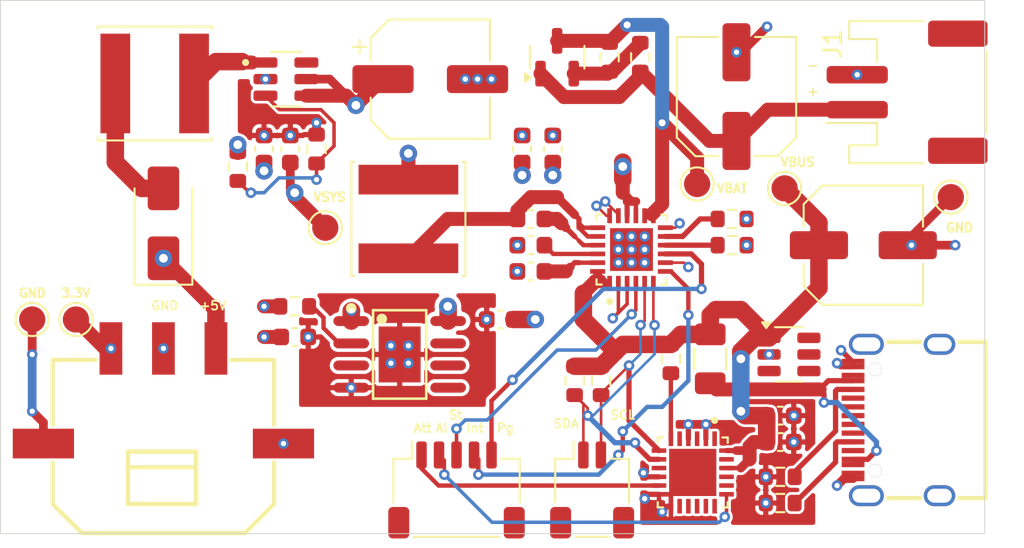
<source format=kicad_pcb>
(kicad_pcb (version 20240108) (generator "pcbnew") (generator_version "8.0")
  (layers (0 "F.Cu" mixed) (1 "In1.Cu" power "Ground") (2 "In2.Cu" power "Power") (31 "B.Cu" mixed) (34 "B.Paste" user) (35 "F.Paste" user) (36 "B.SilkS" user "B.Silkscreen") (37 "F.SilkS" user "F.Silkscreen") (38 "B.Mask" user) (39 "F.Mask" user) (44 "Edge.Cuts" user))
  (net 0 "")
  (net 1 "Protected_VBUS")
  (net 2 "GND")
  (net 3 "Net-(U3-BTST)")
  (net 4 "Net-(U3-SW1)")
  (net 5 "Net-(U3-PMID)")
  (net 6 "Net-(U3-REGN)")
  (net 7 "/Battery Management/VSYS")
  (net 8 "+5V")
  (net 9 "+3.3V")
  (net 10 "Net-(D1-A)")
  (net 11 "Net-(F1-Pad1)")
  (net 12 "I2C_SDA")
  (net 13 "I2C_SCL")
  (net 14 "/Battery Management/CHRG_INT")
  (net 15 "/Connectors/USB_ATTACH")
  (net 16 "/Battery Management/CHRG_STAT")
  (net 17 "/Connectors/USB_ALERT")
  (net 18 "/Battery Management/CHRG_PG")
  (net 19 "Net-(U4-SW)")
  (net 20 "VBAT")
  (net 21 "Net-(Q1-G)")
  (net 22 "Net-(U1-RESET)")
  (net 23 "Net-(U3-ILIM)")
  (net 24 "Net-(U4-FB)")
  (net 25 "Net-(U5-ON{slash}~{OFF})")
  (net 26 "Net-(U3-TS1)")
  (net 47 "Net-(USBC1-CC1)")
  (net 48 "Net-(USBC1-CC2)")
  (net 55 "Net-(J1-Pin_1)")
  (footprint "Resistor_SMD:R_0603_1608Metric" (layer "F.Cu") (at 164.75 99.25 90)
    (property "Reference" "R5" (hide yes))
    (property "Value" "10kΩ" (hide yes))
  )
  (footprint "TestPoint:TestPoint_Pad_D1.5mm" (layer "F.Cu") (at 180.75 90 90)
    (property "Reference" "GND")
    (property "Value" "GND TP" (hide yes))
  )
  (footprint "Capacitor_SMD:C_0603_1608Metric" (layer "F.Cu") (at 143 87.25 90)
    (property "Reference" "C9" (hide yes))
    (property "Value" "22µF" (hide yes))
  )
  (footprint "Resistor_SMD:R_0603_1608Metric" (layer "F.Cu") (at 171 106 180)
    (property "Reference" "R2" (hide yes))
    (property "Value" "5.1kΩ" (hide yes))
  )
  (footprint "USB-C_SMD-TYPE-C-31-M-12:USB-C_SMD-TYPE-C-31-M-12" (layer "F.Cu") (at 177.6325 102.75 90)
    (property "Reference" "USBC1" (hide yes))
    (property "Value" "TYPE-C-31-M-12")
  )
  (footprint "Capacitor_SMD:C_0603_1608Metric" (layer "F.Cu") (at 143.25 98)
    (property "Reference" "C12" (hide yes))
    (property "Value" "2.2uF" (hide yes))
  )
  (footprint "Package_TO_SOT_SMD:SOT-23-6" (layer "F.Cu") (at 171.5 99)
    (property "Reference" "U2" (hide yes))
    (property "Value" "USBLC6-2SC6" (hide yes))
  )
  (footprint "Resistor_SMD:R_0603_1608Metric" (layer "F.Cu") (at 143.25 96.25 180)
    (property "Reference" "R11" (hide yes))
    (property "Value" "10kΩ" (hide yes))
  )
  (footprint "Capacitor_SMD:C_0603_1608Metric" (layer "F.Cu") (at 156.75 91.25 180)
    (property "Reference" "C3" (hide yes))
    (property "Value" "100nF" (hide yes))
  )
  (footprint "Capacitor_SMD:C_Elec_6.3x5.4" (layer "F.Cu") (at 168.5 84.25 90)
    (property "Reference" "C13" (hide yes))
    (property "Value" "C_Polarized_Small_US" (hide yes))
  )
  (footprint "Inductor_SMD:L_Changjiang_FNR6028S" (layer "F.Cu") (at 149.75 91.25 90)
    (property "Reference" "L1" (hide yes))
    (property "Value" "2.2uH" (hide yes))
  )
  (footprint "Capacitor_SMD:C_0603_1608Metric" (layer "F.Cu") (at 158 87.25 -90)
    (property "Reference" "C6" (hide yes))
    (property "Value" "10uF" (hide yes))
  )
  (footprint "Connector_JST:JST_PH_S2B-PH-SM4-TB_1x02-1MP_P2.00mm_Horizontal" (layer "F.Cu") (at 178.25 84 90)
    (property "Reference" "J1")
    (property "Value" "Conn_01x02")
  )
  (footprint "Diode_SMD:D_SMA" (layer "F.Cu") (at 135.75 91.5 90)
    (property "Reference" "D1" (hide yes))
    (property "Value" "40V Independent Type 550mV@5A 5A SMA(DO-214AC) Schottky Diodes ROHS" (hide yes))
  )
  (footprint "Resistor_SMD:R_0603_1608Metric" (layer "F.Cu") (at 144.5 87.25 -90)
    (property "Reference" "R9" (hide yes))
    (property "Value" "10kΩ" (hide yes))
  )
  (footprint "Connector_JST:JST_SH_SM05B-SRSS-TB_1x05-1MP_P1.00mm_Horizontal" (layer "F.Cu") (at 152.5 106.75)
    (property "Reference" "J4" (hide yes))
    (property "Value" "Conn_01x05" (hide yes))
  )
  (footprint "Resistor_SMD:R_0603_1608Metric" (layer "F.Cu") (at 168.25 92.75 180)
    (property "Reference" "R6" (hide yes))
    (property "Value" "2.7k" (hide yes))
  )
  (footprint "Resistor_SMD:R_0603_1608Metric" (layer "F.Cu") (at 140 88.25 90)
    (property "Reference" "R10" (hide yes))
    (property "Value" "47kΩ" (hide yes))
  )
  (footprint "Resistor_SMD:R_0603_1608Metric" (layer "F.Cu") (at 168.25 91.25 180)
    (property "Reference" "TH1" (hide yes))
    (property "Value" "Thermistor_NTC" (hide yes))
  )
  (footprint "Capacitor_SMD:C_0603_1608Metric" (layer "F.Cu") (at 171 102.5)
    (property "Reference" "C1" (hide yes))
    (property "Value" "0.1µF" (hide yes))
  )
  (footprint "BQ24195RGET:QFN50P400X400X100-25N" (layer "F.Cu") (at 162.5 93 90)
    (property "Reference" "U3" (hide yes))
    (property "Value" "BQ24195RGET")
  )
  (footprint "Capacitor_SMD:C_0603_1608Metric" (layer "F.Cu") (at 156.75 92.75 180)
    (property "Reference" "C5" (hide yes))
    (property "Value" "4.7uF" (hide yes))
  )
  (footprint "Resistor_SMD:R_0603_1608Metric" (layer "F.Cu") (at 163 82 -90)
    (property "Reference" "R8" (hide yes))
    (property "Value" "100k" (hide yes))
  )
  (footprint "Molex MicroFit:CONN-SMD_3P-H-P3.00-R_X3025WRS-03D-LPSW" (layer "F.Cu") (at 135.75 101.3775)
    (property "Reference" "CN1" (hide yes))
    (property "Value" "X3025WRS-03D-LPSW")
  )
  (footprint "Capacitor_SMD:CP_Elec_6.3x7.7" (layer "F.Cu") (at 151 83.25)
    (property "Reference" "C8" (hide yes))
    (property "Value" "220µF" (hide yes))
  )
  (footprint "TestPoint:TestPoint_Pad_D1.5mm" (layer "F.Cu") (at 171.25 89.5 90)
    (property "Reference" "TP3" (hide yes))
    (property "Value" "VBUS TP" (hide yes))
  )
  (footprint "Resistor_SMD:R_0603_1608Metric" (layer "F.Cu") (at 171 107.5 180)
    (property "Reference" "R1" (hide yes))
    (property "Value" "5.1kΩ" (hide yes))
  )
  (footprint "TestPoint:TestPoint_Pad_D1.5mm" (layer "F.Cu") (at 166.25 89.25 90)
    (property "Reference" "VBAT")
    (property "Value" "VBAT TP" (hide yes))
  )
  (footprint "TestPoint:TestPoint_Pad_D1.5mm" (layer "F.Cu") (at 130.75 97 -90)
    (property "Reference" "3.3V")
    (property "Value" "+3.3V TP" (hide yes))
  )
  (footprint "Resistor_SMD:R_0603_1608Metric" (layer "F.Cu") (at 161.25 82 -90)
    (property "Reference" "R7" (hide yes))
    (property "Value" "100k" (hide yes))
  )
  (footprint "Package_TO_SOT_SMD:SOT-23" (layer "F.Cu") (at 158.25 82 90)
    (property "Reference" "Q1" (hide yes))
    (property "Value" "PMOS" (hide yes))
  )
  (footprint "Inductor_SMD:L_Changjiang_FNR6028S" (layer "F.Cu") (at 135.25 83.5 180)
    (property "Reference" "L2" (hide yes))
    (property "Value" "4.7uH" (hide yes))
  )
  (footprint "Connector_JST:JST_SH_SM02B-SRSS-TB_1x02-1MP_P1.00mm_Horizontal" (layer "F.Cu") (at 160.25 106.75)
    (property "Reference" "J3" (hide yes))
    (property "Value" "Conn_01x02" (hide yes))
  )
  (footprint "STUSB4500LQTR:QFN50P400X400X100-25N" (layer "F.Cu") (at 166 105.75 -90)
    (property "Reference" "U1" (hide yes))
    (property "Value" "STUSB4500LQTR" (hide yes))
  )
  (footprint "LR1801G-33-SH2-R:HSOP-8_L5.0-W4.0-P1.27-LS6.2-BL-EP" (layer "F.Cu") (at 149.25 99 -90)
    (property "Reference" "U5" (hide yes))
    (property "Value" "LR1801G-33-SH2-R" (hide yes))
  )
  (footprint "Capacitor_SMD:C_0603_1608Metric" (layer "F.Cu") (at 156.75 94.25 180)
    (property "Reference" "C4" (hide yes))
    (property "Value" "10uF" (hide yes))
  )
  (footprint "Resistor_SMD:R_0603_1608Metric" (layer "F.Cu") (at 159.25 100.5 90)
    (property "Reference" "R3" (hide yes))
    (property "Value" "10kΩ" (hide yes))
  )
  (footprint "Capacitor_SMD:C_0603_1608Metric" (layer "F.Cu") (at 141.5 87.25 90)
    (property "Reference" "C10" (hide yes))
    (property "Value" "22µF" (hide yes))
  )
  (footprint "Resistor_SMD:R_0603_1608Metric" (layer "F.Cu") (at 160.76 100.5 90)
    (property "Reference" "R4" (hide yes))
    (property "Value" "10kΩ" (hide yes))
  )
  (footprint "Fuse:Fuse_1206_3216Metric" (layer "F.Cu") (at 167 99.25 90)
    (property "Reference" "F1" (hide yes))
    (property "Value" "Fuse" (hide yes))
  )
  (footprint "Capacitor_SMD:C_Elec_6.3x5.4" (layer "F.Cu") (at 175.75 92.75)
    (property "Reference" "C14" (hide yes))
    (property "Value" "C_Polarized_Small_US" (hide yes))
  )
  (footprint "TestPoint:TestPoint_Pad_D1.5mm" (layer "F.Cu") (at 128.25 97 -90)
    (property "Reference" "GND")
    (property "Value" "GND PD TP" (hide yes))
  )
  (footprint "Capacitor_SMD:C_0603_1608Metric" (layer "F.Cu") (at 156.25 87.25 -90)
    (property "Reference" "C7" (hide yes))
    (property "Value" "10uF" (hide yes))
  )
  (footprint "Capacitor_SMD:C_0603_1608Metric" (layer "F.Cu") (at 171 104.01)
    (property "Reference" "C2" (hide yes))
    (property "Value" "4.7µF" (hide yes))
  )
  (footprint "TestPoint:TestPoint_Pad_D1.5mm" (layer "F.Cu") (at 145 91.75 90)
    (property "Reference" "VSYS")
    (property "Value" "VSYS TP" (hide yes))
  )
  (footprint "MT3608:SOT95P280X145-6N" (layer "F.Cu") (at 142.75 83.25)
    (property "Reference" "U4" (hide yes))
    (property "Value" "MT3608")
  )
  (footprint "Capacitor_SMD:C_0603_1608Metric" (layer "F.Cu") (at 155 97 180)
    (property "Reference" "C11" (hide yes))
    (property "Value" "2.2uF" (hide yes))
  )
  (gr_rect (start 126.435 78.75) (end 182.685 109.25) (stroke (width 0.05)) (fill none) (layer "Edge.Cuts"))
  (gr_text "Pg" (at 154.75 103.5 0) (layer "F.SilkS") (effects (font (size 0.5 0.5) (thickness 0.1)) (justify left bottom)))
  (gr_text "Al" (at 151.25 103.5 0) (layer "F.SilkS") (effects (font (size 0.5 0.5) (thickness 0.1)) (justify left bottom)))
  (gr_text "St" (at 152 102.75 0) (layer "F.SilkS") (effects (font (size 0.5 0.5) (thickness 0.1)) (justify left bottom)))
  (gr_text "SDA" (at 158 103.25 0) (layer "F.SilkS") (effects (font (size 0.5 0.5) (thickness 0.1)) (justify left bottom)))
  (gr_text "+" (at 172.5 84.25 0) (layer "F.SilkS") (effects (font (size 0.5 0.5) (thickness 0.1)) (justify left bottom)))
  (gr_text "GND" (at 135 96.5 0) (layer "F.SilkS") (effects (font (size 0.5 0.5) (thickness 0.1)) (justify left bottom)))
  (gr_text "Att" (at 150 103.5 0) (layer "F.SilkS") (effects (font (size 0.5 0.5) (thickness 0.1)) (justify left bottom)))
  (gr_text "Int" (at 153 103.5 0) (layer "F.SilkS") (effects (font (size 0.5 0.5) (thickness 0.1)) (justify left bottom)))
  (gr_text "SCL" (at 161.25 102.75 0) (layer "F.SilkS") (effects (font (size 0.5 0.5) (thickness 0.1)) (justify left bottom)))
  (gr_text "+5V" (at 137.75 96.5 0) (layer "F.SilkS") (effects (font (size 0.5 0.5) (thickness 0.1)) (justify left bottom)))
  (gr_text "-" (at 172.5 82.75 0) (layer "F.SilkS") (effects (font (size 0.5 0.5) (thickness 0.1)) (justify left bottom)))
  (segment (start 159.75 97) (end 161.5925 98.8425) (width 1) (layer "F.Cu") (net 1))
  (segment (start 169.25 104.25) (end 169.49 104.01) (width 0.8) (layer "F.Cu") (net 1))
  (segment (start 168.75 105.5) (end 169.25 105) (width 0.5) (layer "F.Cu") (net 1))
  (segment (start 161.5925 98.8425) (end 160.76 99.675) (width 1) (layer "F.Cu") (net 1))
  (segment (start 160.815 94.935) (end 161.065 94.935) (width 0.5) (layer "F.Cu") (net 1))
  (segment (start 169.514472 98.05) (end 170.3625 98.05) (width 1) (layer "F.Cu") (net 1))
  (segment (start 169.49 104.01) (end 170.225 104.01) (width 0.8) (layer "F.Cu") (net 1))
  (segment (start 160.565 94.685) (end 160.69 94.81) (width 0.5) (layer "F.Cu") (net 1))
  (segment (start 169 102.5) (end 168.75 102.25) (width 1) (layer "F.Cu") (net 1))
  (segment (start 167.93 104.5) (end 168.5 104.5) (width 0.3) (layer "F.Cu") (net 1))
  (segment (start 159.75 95.5) (end 159.75 97) (width 1) (layer "F.Cu") (net 1))
  (segment (start 173.2125 92.75) (end 173.2125 91.4625) (width 1) (layer "F.Cu") (net 1))
  (segment (start 164.75 98.425) (end 162.01 98.425) (width 1) (layer "F.Cu") (net 1))
  (segment (start 160.69 94.81) (end 160.815 94.935) (width 0.5) (layer "F.Cu") (net 1))
  (segment (start 160.44 94.81) (end 159.75 95.5) (width 0.8) (layer "F.Cu") (net 1))
  (segment (start 160.76 99.675) (end 159.25 99.675) (width 1) (layer "F.Cu") (net 1))
  (segment (start 167.93 105.5) (end 168.75 105.5) (width 0.25) (layer "F.Cu") (net 1))
  (segment (start 173.2125 95.2) (end 170.3625 98.05) (width 1) (layer "F.Cu") (net 1))
  (segment (start 165.325 97.85) (end 164.75 98.425) (width 1) (layer "F.Cu") (net 1))
  (segment (start 167.3125 96.4375) (end 167 96.75) (width 1) (layer "F.Cu") (net 1))
  (segment (start 162.01 98.425) (end 161.5925 98.8425) (width 1) (layer "F.Cu") (net 1))
  (segment (start 168.5 104.5) (end 169 104.5) (width 0.5) (layer "F.Cu") (net 1))
  (segment (start 170.3625 98.05) (end 168.75 96.4375) (width 1) (layer "F.Cu") (net 1))
  (segment (start 170.225 102.5) (end 169 102.5) (width 1) (layer "F.Cu") (net 1))
  (segment (start 160.69 94.81) (end 160.44 94.81) (width 0.8) (layer "F.Cu") (net 1))
  (segment (start 168.75 99.25) (end 168.75 98.814472) (width 1) (layer "F.Cu") (net 1))
  (segment (start 169.25 105) (end 169.25 104.25) (width 0.8) (layer "F.Cu") (net 1))
  (segment (start 168.75 98.814472) (end 169.514472 98.05) (width 1) (layer "F.Cu") (net 1))
  (segment (start 160.565 94.685) (end 160.565 94.435) (width 0.5) (layer "F.Cu") (net 1))
  (segment (start 170.225 104.01) (end 170.225 102.5) (width 1) (layer "F.Cu") (net 1))
  (segment (start 169 104.5) (end 169.25 104.25) (width 0.25) (layer "F.Cu") (net 1))
  (segment (start 168.75 96.4375) (end 167.3125 96.4375) (width 1) (layer "F.Cu") (net 1))
  (segment (start 173.2125 92.75) (end 173.2125 95.2) (width 1) (layer "F.Cu") (net 1))
  (segment (start 173.2125 91.4625) (end 171.25 89.5) (width 1) (layer "F.Cu") (net 1))
  (segment (start 167 96.75) (end 167 97.85) (width 1) (layer "F.Cu") (net 1))
  (segment (start 167 97.85) (end 165.325 97.85) (width 1) (layer "F.Cu") (net 1))
  (via (at 168.75 99.25) (size 1) (drill 0.5) (layers "F.Cu" "B.Cu") (net 1))
  (via (at 168.75 102.25) (size 1) (drill 0.5) (layers "F.Cu" "B.Cu") (net 1))
  (segment (start 168.75 102.25) (end 168.75 99.25) (width 1) (layer "B.Cu") (net 1))
  (segment (start 175.1625 99.7) (end 174.45 99.7) (width 0.3) (layer "F.Cu") (net 2))
  (segment (start 164.07 107) (end 163.5 107) (width 0.3) (layer "F.Cu") (net 2))
  (segment (start 168.5 81.7125) (end 168.7875 81.7125) (width 0.5) (layer "F.Cu") (net 2))
  (segment (start 161.75 94.935) (end 161.75 96.609652) (width 0.2) (layer "F.Cu") (net 2))
  (segment (start 175.1625 99.4) (end 175.117815 99.4) (width 0.3) (layer "F.Cu") (net 2))
  (segment (start 178.2875 92.75) (end 178.5 92.75) (width 0.5) (layer "F.Cu") (net 2))
  (segment (start 161.75 96.609652) (end 161.429826 96.929826) (width 0.2) (layer "F.Cu") (net 2))
  (segment (start 161.065 91.065) (end 160.5 90.5) (width 0.15) (layer "F.Cu") (net 2))
  (segment (start 165 91.75) (end 165.25 91.5) (width 0.15) (layer "F.Cu") (net 2))
  (segment (start 161.75 91) (end 161 90.25) (width 0.15) (layer "F.Cu") (net 2))
  (segment (start 161.75 91.065) (end 161.75 91) (width 0.15) (layer "F.Cu") (net 2))
  (segment (start 174.45 99.7) (end 174.25 99.5) (width 0.3) (layer "F.Cu") (net 2))
  (segment (start 162.25 96.109652) (end 161.75 96.609652) (width 0.2) (layer "F.Cu") (net 2))
  (segment (start 178.5 92.75) (end 181 92.75) (width 0.5) (layer "F.Cu") (net 2))
  (segment (start 166.75 103.82) (end 166.75 103) (width 0.3) (layer "F.Cu") (net 2))
  (segment (start 175.1625 99.7) (end 175.1625 99.4) (width 0.3) (layer "F.Cu") (net 2))
  (segment (start 164.07 106) (end 163.40774 106) (width 0.3) (layer "F.Cu") (net 2))
  (segment (start 128.89 104.0975) (end 128.89 102.89) (width 0.5) (layer "F.Cu") (net 2))
  (segment (start 175.117815 99.4) (end 174.475668 98.757853) (width 0.3) (layer "F.Cu") (net 2))
  (segment (start 164.435 93.75) (end 165.5 93.75) (width 0.15) (layer "F.Cu") (net 2))
  (segment (start 164.75 107.68) (end 164.57 107.68) (width 0.3) (layer "F.Cu") (net 2))
  (segment (start 162.25 94.935) (end 162.25 96.109652) (width 0.2) (layer "F.Cu") (net 2))
  (segment (start 144.5 86.425) (end 144.5 85.75) (width 0.5) (layer "F.Cu") (net 2))
  (segment (start 163.5 107) (end 163.25 107.25) (width 0.3) (layer "F.Cu") (net 2))
  (segment (start 165.75 103.82) (end 165.75 103) (width 0.3) (layer "F.Cu") (net 2))
  (segment (start 174.65 106.1) (end 174.25 106.5) (width 0.5) (layer "F.Cu") (net 2))
  (segment (start 178.2875 92.4625) (end 180.75 90) (width 0.5) (layer "F.Cu") (net 2))
  (segment (start 165.5 93.75) (end 165.75 94) (width 0.15) (layer "F.Cu") (net 2))
  (segment (start 178.2875 92.75) (end 178.2875 92.4625) (width 0.5) (layer "F.Cu") (net 2))
  (segment (start 163.40774 106) (end 163.178305 105.770565) (width 0.3) (layer "F.Cu") (net 2))
  (segment (start 164.57 107.68) (end 164.25 108) (width 0.3) (layer "F.Cu") (net 2))
  (segment (start 128.25 99) (end 128.25 97) (width 0.5) (layer "F.Cu") (net 2))
  (segment (start 161.25 91.065) (end 161.065 91.065) (width 0.15) (layer "F.Cu") (net 2))
  (segment (start 168.7875 81.7125) (end 170.25 80.25) (width 0.5) (layer "F.Cu") (net 2))
  (segment (start 128.89 102.89) (end 128.25 102.25) (width 0.5) (layer "F.Cu") (net 2))
  (segment (start 175.1625 106.1) (end 174.65 106.1) (width 0.5) (layer "F.Cu") (net 2))
  (segment (start 164.435 91.75) (end 165 91.75) (width 0.15) (layer "F.Cu") (net 2))
  (via (at 128.25 99) (size 0.6) (drill 0.3) (layers "F.Cu" "B.Cu") (net 2))
  (via (at 166.75 103) (size 0.6) (drill 0.3) (layers "F.Cu" "B.Cu") (net 2))
  (via (at 155.975 94.25) (size 0.6) (drill 0.3) (layers "F.Cu" "B.Cu") (net 2))
  (via (at 181 92.75) (size 0.6) (drill 0.3) (layers "F.Cu" "B.Cu") (net 2))
  (via (at 178.5 92.75) (size 0.6) (drill 0.3) (layers "F.Cu" "B.Cu") (net 2))
  (via (at 153 83.25) (size 0.6) (drill 0.3) (layers "F.Cu" "B.Cu") (net 2))
  (via (at 174.25 106.5) (size 0.6) (drill 0.3) (layers "F.Cu" "B.Cu") (net 2))
  (via (at 163.25 93.75) (size 0.6) (drill 0.3) (layers "F.Cu" "B.Cu") (net 2))
  (via (at 156.25 86.475) (size 0.6) (drill 0.3) (layers "F.Cu" "B.Cu") (net 2))
  (via (at 161.75 92.25) (size 0.6) (drill 0.3) (layers "F.Cu" "B.Cu") (net 2))
  (via (at 170.25 80.25) (size 0.6) (drill 0.3) (layers "F.Cu" "B.Cu") (net 2))
  (via (at 170.175 106) (size 0.6) (drill 0.3) (layers "F.Cu" "B.Cu") (net 2))
  (via (at 169.075 91.25) (size 0.6) (drill 0.3) (layers "F.Cu" "B.Cu") (net 2))
  (via (at 174.25 99.5) (size 0.6) (drill 0.3) (layers "F.Cu" "B.Cu") (net 2))
  (via (at 141.5 86.475) (size 0.6) (drill 0.3) (layers "F.Cu" "B.Cu") (net 2))
  (via (at 144.5 85.75) (size 0.6) (drill 0.3) (layers "F.Cu" "B.Cu") (net 2))
  (via (at 162.5 92.25) (size 0.6) (drill 0.3) (layers "F.Cu" "B.Cu") (net 2))
  (via (at 165.75 94) (size 0.6) (drill 0.3) (layers "F.Cu" "B.Cu") (net 2))
  (via (at 163.178305 105.770565) (size 0.6) (drill 0.3) (layers "F.Cu" "B.Cu") (net 2))
  (via (at 170.175 107.5) (size 0.6) (drill 0.3) (layers "F.Cu" "B.Cu") (net 2))
  (via (at 174.475668 98.757853) (size 0.6) (drill 0.3) (layers "F.Cu" "B.Cu") (net 2))
  (via (at 165.25 91.5) (size 0.6) (drill 0.3) (layers "F.Cu" "B.Cu") (net 2))
  (via (at 175.4 83) (size 0.6) (drill 0.3) (layers "F.Cu" "B.Cu") (net 2))
  (via (at 165.75 103) (size 0.6) (drill 0.3) (layers "F.Cu" "B.Cu") (net 2))
  (via (at 170.3625 99) (size 0.6) (drill 0.3) (layers "F.Cu" "B.Cu") (net 2))
  (via (at 161.429826 96.929826) (size 0.6) (drill 0.3) (layers "F.Cu" "B.Cu") (net 2))
  (via (at 143 86.475) (size 0.6) (drill 0.3) (layers "F.Cu" "B.Cu") (net 2))
  (via (at 168.5 81.7125) (size 0.6) (drill 0.3) (layers "F.Cu" "B.Cu") (net 2))
  (via (at 162.5 93) (size 0.6) (drill 0.3) (layers "F.Cu" "B.Cu") (net 2))
  (via (at 144.025 98) (size 0.6) (drill 0.3) (layers "F.Cu" "B.Cu") (net 2))
  (via (at 141.58 83.25) (size 0.6) (drill 0.3) (layers "F.Cu" "B.Cu") (net 2))
  (via (at 171.775 104.01) (size 0.6) (drill 0.3) (layers "F.Cu" "B.Cu") (net 2))
  (via (at 161 90.25) (size 0.6) (drill 0.3) (layers "F.Cu" "B.Cu") (net 2))
  (via (at 169.075 92.75) (size 0.6) (drill 0.3) (layers "F.Cu" "B.Cu") (net 2))
  (via (at 158 86.475) (size 0.6) (drill 0.3) (layers "F.Cu" "B.Cu") (net 2))
  (via (at 135.75 98.6575) (size 0.6) (drill 0.3) (layers "F.Cu" "B.Cu") (net 2))
  (via (at 154.5 83.25) (size 0.6) (drill 0.3) (layers "F.Cu" "B.Cu") (net 2))
  (via (at 163.25 107.25) (size 0.6) (drill 0.3) (layers "F.Cu" "B.Cu") (net 2))
  (via (at 161.75 93.75) (size 0.6) (drill 0.3) (layers "F.Cu" "B.Cu") (net 2))
  (via (at 155.975 92.75) (size 0.6) (drill 0.3) (layers "F.Cu" "B.Cu") (net 2))
  (via (at 160.5 90.5) (size 0.6) (drill 0.3) (layers "F.Cu" "B.Cu") (net 2))
  (via (at 128.25 102.25) (size 0.6) (drill 0.3) (layers "F.Cu" "B.Cu") (net 2))
  (via (at 154.225 97) (size 0.6) (drill 0.3) (layers "F.Cu" "B.Cu") (net 2))
  (via (at 161.75 93) (size 0.6) (drill 0.3) (layers "F.Cu" "B.Cu") (net 2))
  (via (at 164.25 108) (size 0.6) (drill 0.3) (layers "F.Cu" "B.Cu") (net 2))
  (via (at 171.775 102.5) (size 0.6) (drill 0.3) (layers "F.Cu" "B.Cu") (net 2))
  (via (at 146.48 100.9) (size 0.6) (drill 0.3) (layers "F.Cu" "B.Cu") (net 2))
  (via (at 163.25 92.25) (size 0.6) (drill 0.3) (layers "F.Cu" "B.Cu") (net 2))
  (via (at 163.25 93) (size 0.6) (drill 0.3) (layers "F.Cu" "B.Cu") (net 2))
  (via (at 162.5 93.75) (size 0.6) (drill 0.3) (layers "F.Cu" "B.Cu") (net 2))
  (via (at 153.7 83.25) (size 0.6) (drill 0.3) (layers "F.Cu" "B.Cu") (net 2))
  (via (at 142.61 104.0975) (size 0.6) (drill 0.3) (layers "F.Cu" "B.Cu") (net 2))
  (segment (start 128.25 102.25) (end 128.25 99) (width 0.5) (layer "B.Cu") (net 2))
  (segment (start 158.25 91.25) (end 157.525 91.25) (width 0.8) (layer "F.Cu") (net 3))
  (segment (start 159.5 92.5) (end 159.25 92.25) (width 0.2) (layer "F.Cu") (net 3))
  (segment (start 159.75 92.75) (end 159.5 92.5) (width 0.25) (layer "F.Cu") (net 3))
  (segment (start 158.5 91.5) (end 158.25 91.25) (width 0.8) (layer "F.Cu") (net 3))
  (segment (start 159.25 92.25) (end 158.75 91.75) (width 0.3) (layer "F.Cu") (net 3))
  (segment (start 158.75 91.75) (end 158.5 91.5) (width 0.5) (layer "F.Cu") (net 3))
  (segment (start 160.565 92.75) (end 159.75 92.75) (width 0.25) (layer "F.Cu") (net 3))
  (segment (start 159.25 91) (end 158.75 90.5) (width 0.5) (layer "F.Cu") (net 4))
  (segment (start 152 91.25) (end 155.975 91.25) (width 0.8) (layer "F.Cu") (net 4))
  (segment (start 160 92.25) (end 159.5 91.75) (width 0.25) (layer "F.Cu") (net 4))
  (segment (start 159.5 91.25) (end 159.25 91) (width 0.3) (layer "F.Cu") (net 4))
  (segment (start 159.75 91.75) (end 159.5 91.5) (width 0.25) (layer "F.Cu") (net 4))
  (segment (start 160.565 91.75) (end 159.75 91.75) (width 0.25) (layer "F.Cu") (net 4))
  (segment (start 156.75 90) (end 155.975 90.775) (width 0.8) (layer "F.Cu") (net 4))
  (segment (start 159.5 91.75) (end 159.5 91.5) (width 0.3) (layer "F.Cu") (net 4))
  (segment (start 160.565 92.25) (end 160 92.25) (width 0.25) (layer "F.Cu") (net 4))
  (segment (start 158.25 90) (end 156.75 90) (width 0.8) (layer "F.Cu") (net 4))
  (segment (start 158.75 90.5) (end 158.25 90) (width 0.5) (layer "F.Cu") (net 4))
  (segment (start 149.75 93.5) (end 152 91.25) (width 0.8) (layer "F.Cu") (net 4))
  (segment (start 155.975 90.775) (end 155.975 91.25) (width 0.8) (layer "F.Cu") (net 4))
  (segment (start 159.5 91.5) (end 159.5 91.25) (width 0.3) (layer "F.Cu") (net 4))
  (segment (start 159 94) (end 158.75 94.25) (width 0.5) (layer "F.Cu") (net 5))
  (segment (start 159.5 93.75) (end 159.25 93.75) (width 0.3) (layer "F.Cu") (net 5))
  (segment (start 158.75 94.25) (end 157.525 94.25) (width 0.8) (layer "F.Cu") (net 5))
  (segment (start 160.565 93.75) (end 159.5 93.75) (width 0.25) (layer "F.Cu") (net 5))
  (segment (start 159.25 93.75) (end 159 94) (width 0.3) (layer "F.Cu") (net 5))
  (segment (start 160.565 93.25) (end 158.025 93.25) (width 0.25) (layer "F.Cu") (net 6))
  (segment (start 158.025 93.25) (end 157.525 92.75) (width 0.25) (layer "F.Cu") (net 6))
  (segment (start 146.2 84.2) (end 146.75 84.75) (width 0.8) (layer "F.Cu") (net 7))
  (segment (start 162.25 91.065) (end 162.25 90.25) (width 0.3) (layer "F.Cu") (net 7))
  (segment (start 158 88.025) (end 158 88.75) (width 0.5) (layer "F.Cu") (net 7))
  (segment (start 145.25 83.25) (end 146.75 84.75) (width 0.5) (layer "F.Cu") (net 7))
  (segment (start 162 88.25) (end 162 88) (width 1) (layer "F.Cu") (net 7))
  (segment (start 156.25 88.025) (end 156.25 88.75) (width 0.5) (layer "F.Cu") (net 7))
  (segment (start 162.25 90) (end 162 89.75) (width 0.5) (layer "F.Cu") (net 7))
  (segment (start 143.92 83.25) (end 145.25 83.25) (width 0.5) (layer "F.Cu") (net 7))
  (segment (start 152.02 96.27) (end 152 96.25) (width 1) (layer "F.Cu") (net 7))
  (segment (start 148.3 83.25) (end 148.25 83.25) (width 0.8) (layer "F.Cu") (net 7))
  (segment (start 152.02 97.09) (end 152.02 96.27) (width 1) (layer "F.Cu") (net 7))
  (segment (start 155.775 97) (end 157 97) (width 1) (layer "F.Cu") (net 7))
  (segment (start 162 89.75) (end 162 89) (width 0.8) (layer "F.Cu") (net 7))
  (segment (start 149.75 89) (end 149.75 87.5) (width 0.8) (layer "F.Cu") (net 7))
  (segment (start 162 89) (end 162 88.25) (width 1) (layer "F.Cu") (net 7))
  (segment (start 162.25 90.25) (end 162.25 90) (width 0.5) (layer "F.Cu") (net 7))
  (segment (start 162.75 90.25) (end 162.5 90.25) (width 0.5) (layer "F.Cu") (net 7))
  (segment (start 143.25 90) (end 145 91.75) (width 0.8) (layer "F.Cu") (net 7))
  (segment (start 143.92 84.2) (end 146.2 84.2) (width 0.8) (layer "F.Cu") (net 7))
  (segment (start 143 89.5) (end 143.25 89.75) (width 0.5) (layer "F.Cu") (net 7))
  (segment (start 162.5 90.25) (end 162.25 90) (width 0.5) (layer "F.Cu") (net 7))
  (segment (start 162.75 91.065) (end 162.75 90.25) (width 0.25) (layer "F.Cu") (net 7))
  (segment (start 148.25 83.25) (end 146.75 84.75) (width 0.8) (layer "F.Cu") (net 7))
  (segment (start 143 88.025) (end 143 89.5) (width 0.5) (layer "F.Cu") (net 7))
  (segment (start 143.25 89.75) (end 143.25 90) (width 0.8) (layer "F.Cu") (net 7))
  (via (at 149.75 87.5) (size 1) (drill 0.5) (layers "F.Cu" "B.Cu") (net 7))
  (via (at 152 96.25) (size 1) (drill 0.5) (layers "F.Cu" "B.Cu") (net 7))
  (via (at 162 88.25) (size 1) (drill 0.5) (layers "F.Cu" "B.Cu") (net 7))
  (via (at 158 88.75) (size 1) (drill 0.5) (layers "F.Cu" "B.Cu") (net 7))
  (via (at 143.25 89.75) (size 1) (drill 0.5) (layers "F.Cu" "B.Cu") (net 7))
  (via (at 157 97) (size 1) (drill 0.5) (layers "F.Cu" "B.Cu") (net 7))
  (via (at 156.25 88.75) (size 1) (drill 0.5) (layers "F.Cu" "B.Cu") (net 7))
  (via (at 146.75 84.75) (size 1) (drill 0.5) (layers "F.Cu" "B.Cu") (net 7))
  (segment (start 140 87.425) (end 140 87) (width 0.9) (layer "F.Cu") (net 8))
  (segment (start 141.5 88.025) (end 141.5 88.5) (width 0.9) (layer "F.Cu") (net 8))
  (segment (start 138.75 96.5) (end 135.75 93.5) (width 0.8) (layer "F.Cu") (net 8))
  (segment (start 138.75 98.6575) (end 138.75 96.5) (width 1) (layer "F.Cu") (net 8))
  (via (at 135.75 93.5) (size 1) (drill 0.5) (layers "F.Cu" "B.Cu") (net 8))
  (via (at 140 87) (size 1) (drill 0.5) (layers "F.Cu" "B.Cu") (net 8))
  (via (at 141.5 88.5) (size 1) (drill 0.5) (layers "F.Cu" "B.Cu") (net 8))
  (segment (start 142.425 96.25) (end 141.5 96.25) (width 0.8) (layer "F.Cu") (net 9))
  (segment (start 146.48 97.09) (end 146.48 96.52) (width 1) (layer "F.Cu") (net 9))
  (segment (start 132.75 98.6575) (end 132.4075 98.6575) (width 0.8) (layer "F.Cu") (net 9))
  (segment (start 132.4075 98.6575) (end 130.75 97) (width 0.8) (layer "F.Cu") (net 9))
  (segment (start 146.48 96.52) (end 146.5 96.5) (width 1) (layer "F.Cu") (net 9))
  (segment (start 142.475 98) (end 141.5 98) (width 0.8) (layer "F.Cu") (net 9))
  (via (at 141.5 96.25) (size 0.6) (drill 0.3) (layers "F.Cu" "B.Cu") (net 9))
  (via (at 141.5 98) (size 0.6) (drill 0.3) (layers "F.Cu" "B.Cu") (net 9))
  (via (at 132.75 98.6575) (size 0.6) (drill 0.3) (layers "F.Cu" "B.Cu") (net 9))
  (via (at 146.5 96.5) (size 0.6) (drill 0.3) (layers "F.Cu" "B.Cu") (net 9))
  (segment (start 133 88) (end 133 83.5) (width 1) (layer "F.Cu") (net 10))
  (segment (start 134.5 89.5) (end 133 88) (width 1) (layer "F.Cu") (net 10))
  (segment (start 135.75 89.5) (end 134.5 89.5) (width 1) (layer "F.Cu") (net 10))
  (segment (start 176 105) (end 176.5 104.5) (width 0.3) (layer "F.Cu") (net 11))
  (segment (start 175.1625 105) (end 176 105) (width 0.3) (layer "F.Cu") (net 11))
  (segment (start 167.35 101) (end 167 100.65) (width 0.8) (layer "F.Cu") (net 11))
  (segment (start 173.5 101.75) (end 173.5 101.25) (width 0.3) (layer "F.Cu") (net 11))
  (segment (start 175.1625 100.5) (end 173.75 100.5) (width 0.3) (layer "F.Cu") (net 11))
  (segment (start 173.5 101.25) (end 173.25 101) (width 0.3) (layer "F.Cu") (net 11))
  (segment (start 173.75 100.5) (end 173.25 101) (width 0.3) (layer "F.Cu") (net 11))
  (segment (start 173.25 101) (end 167.35 101) (width 0.8) (layer "F.Cu") (net 11))
  (via (at 173.5 101.75) (size 0.6) (drill 0.3) (layers "F.Cu" "B.Cu") (net 11))
  (via (at 176.5 104.5) (size 0.6) (drill 0.3) (layers "F.Cu" "B.Cu") (net 11))
  (segment (start 176.5 104.5) (end 176.5 104) (width 0.3) (layer "B.Cu") (net 11))
  (segment (start 176.5 104) (end 174.25 101.75) (width 0.3) (layer "B.Cu") (net 11))
  (segment (start 174.25 101.75) (end 173.5 101.75) (width 0.3) (layer "B.Cu") (net 11))
  (segment (start 163.75 97.257961) (end 163.817039 97.325) (width 0.15) (layer "F.Cu") (net 12))
  (segment (start 159.75 101.825) (end 159.75 104.75) (width 0.15) (layer "F.Cu") (net 12))
  (segment (start 164.07 105) (end 163.543162 105) (width 0.3) (layer "F.Cu") (net 12))
  (segment (start 160 102.5) (end 160 102.075) (width 0.15) (layer "F.Cu") (net 12))
  (segment (start 163.543162 105) (end 162.70038 104.157218) (width 0.3) (layer "F.Cu") (net 12))
  (segment (start 163.75 94.935) (end 163.75 97.257961) (width 0.15) (layer "F.Cu") (net 12))
  (segment (start 162.70038 104.157218) (end 162.70038 104.04962) (width 0.3) (layer "F.Cu") (net 12))
  (segment (start 160 102.075) (end 159.25 101.325) (width 0.15) (layer "F.Cu") (net 12))
  (segment (start 159.25 101.325) (end 159.25 101.25) (width 0.5) (layer "F.Cu") (net 12))
  (segment (start 159.25 101.325) (end 159.75 101.825) (width 0.15) (layer "F.Cu") (net 12))
  (via (at 162.70038 104.04962) (size 0.6) (drill 0.3) (layers "F.Cu" "B.Cu") (net 12))
  (via (at 163.817039 97.325) (size 0.6) (drill 0.3) (layers "F.Cu" "B.Cu") (net 12))
  (via (at 160 102.5) (size 0.6) (drill 0.3) (layers "F.Cu" "B.Cu") (net 12))
  (segment (start 163.817039 98.98677) (end 160.303809 102.5) (width 0.15) (layer "B.Cu") (net 12))
  (segment (start 162.70038 104.04962) (end 161.54962 104.04962) (width 0.3) (layer "B.Cu") (net 12))
  (segment (start 163.817039 97.325) (end 163.817039 98.98677) (width 0.15) (layer "B.Cu") (net 12))
  (segment (start 161.54962 104.04962) (end 160 102.5) (width 0.3) (layer "B.Cu") (net 12))
  (segment (start 160.303809 102.5) (end 160 102.5) (width 0.15) (layer "B.Cu") (net 12))
  (segment (start 163.25 94.935) (end 163.25 97.084571) (width 0.15) (layer "F.Cu") (net 13))
  (segment (start 163.25 97.084571) (end 163.017072 97.317499) (width 0.15) (layer "F.Cu") (net 13))
  (segment (start 160.76 104.74) (end 160.75 104.75) (width 0.15) (layer "F.Cu") (net 13))
  (segment (start 160.76 101.325) (end 160.76 104.74) (width 0.15) (layer "F.Cu") (net 13))
  (segment (start 162.357818 102.787818) (end 162.357818 99.632818) (width 0.3) (layer "F.Cu") (net 13))
  (segment (start 162.357818 99.632818) (end 160.76 101.230636) (width 0.15) (layer "F.Cu") (net 13))
  (segment (start 164.07 104.5) (end 162.357818 102.787818) (width 0.3) (layer "F.Cu") (net 13))
  (segment (start 160.76 101.230636) (end 160.76 101.325) (width 0.15) (layer "F.Cu") (net 13))
  (via (at 162.357818 99.632818) (size 0.6) (drill 0.3) (layers "F.Cu" "B.Cu") (net 13))
  (via (at 163.017072 97.317499) (size 0.6) (drill 0.3) (layers "F.Cu" "B.Cu") (net 13))
  (segment (start 163.017072 97.317499) (end 163.017072 98.973564) (width 0.15) (layer "B.Cu") (net 13))
  (segment (start 163.017072 98.973564) (end 162.357818 99.632818) (width 0.15) (layer "B.Cu") (net 13))
  (segment (start 153.75 105.875) (end 153.75 105) (width 0.25) (layer "F.Cu") (net 14))
  (segment (start 165.125 94.625) (end 165.75 95.25) (width 0.25) (layer "F.Cu") (net 14))
  (segment (start 164.435 94.25) (end 164.75 94.25) (width 0.25) (layer "F.Cu") (net 14))
  (segment (start 164.75 94.25) (end 165.125 94.625) (width 0.25) (layer "F.Cu") (net 14))
  (segment (start 153.75 105) (end 153.5 104.75) (width 0.25) (layer "F.Cu") (net 14))
  (segment (start 162 103.39962) (end 162 104.5) (width 0.25) (layer "F.Cu") (net 14))
  (segment (start 162 104.5) (end 161.75 104.75) (width 0.25) (layer "F.Cu") (net 14))
  (segment (start 165.75 95.25) (end 165.75 96.75) (width 0.25) (layer "F.Cu") (net 14))
  (via (at 161.75 104.75) (size 0.6) (drill 0.3) (layers "F.Cu" "B.Cu") (net 14))
  (via (at 165.75 96.75) (size 0.6) (drill 0.3) (layers "F.Cu" "B.Cu") (net 14))
  (via (at 162 103.39962) (size 0.6) (drill 0.3) (layers "F.Cu" "B.Cu") (net 14))
  (via (at 153.75 105.875) (size 0.6) (drill 0.3) (layers "F.Cu" "B.Cu") (net 14))
  (segment (start 164.25 102) (end 163.39962 102) (width 0.25) (layer "B.Cu") (net 14))
  (segment (start 165.75 96.75) (end 165.75 100.5) (width 0.25) (layer "B.Cu") (net 14))
  (segment (start 165.75 100.5) (end 164.25 102) (width 0.25) (layer "B.Cu") (net 14))
  (segment (start 161.75 104.75) (end 160.625 105.875) (width 0.25) (layer "B.Cu") (net 14))
  (segment (start 163.39962 102) (end 162 103.39962) (width 0.25) (layer "B.Cu") (net 14))
  (segment (start 160.625 105.875) (end 153.75 105.875) (width 0.25) (layer "B.Cu") (net 14))
  (segment (start 150.5 105.524999) (end 150.5 104.75) (width 0.25) (layer "F.Cu") (net 15))
  (segment (start 164.07 106.5) (end 151.475001 106.5) (width 0.25) (layer "F.Cu") (net 15))
  (segment (start 151.475001 106.5) (end 150.5 105.524999) (width 0.25) (layer "F.Cu") (net 15))
  (segment (start 152.5 103.25) (end 152.5 104.75) (width 0.2) (layer "F.Cu") (net 16))
  (segment (start 162.506927 96.701255) (end 162.75 96.458182) (width 0.2) (layer "F.Cu") (net 16))
  (segment (start 162.75 96.458182) (end 162.75 94.935) (width 0.2) (layer "F.Cu") (net 16))
  (via (at 152.5 103.25) (size 0.6) (drill 0.3) (layers "F.Cu" "B.Cu") (net 16))
  (via (at 162.506927 96.701255) (size 0.6) (drill 0.3) (layers "F.Cu" "B.Cu") (net 16))
  (segment (start 162.506927 96.701255) (end 160.458182 98.75) (width 0.2) (layer "B.Cu") (net 16))
  (segment (start 160.458182 98.75) (end 158.25 98.75) (width 0.2) (layer "B.Cu") (net 16))
  (segment (start 153 102.75) (end 152.5 103.25) (width 0.2) (layer "B.Cu") (net 16))
  (segment (start 158.25 98.75) (end 154.25 102.75) (width 0.2) (layer "B.Cu") (net 16))
  (segment (start 154.25 102.75) (end 153 102.75) (width 0.2) (layer "B.Cu") (net 16))
  (segment (start 151.804443 105.054443) (end 151.5 104.75) (width 0.2) (layer "F.Cu") (net 17))
  (segment (start 167.93 107) (end 167.93 108.191816) (width 0.2) (layer "F.Cu") (net 17))
  (segment (start 167.93 108.191816) (end 167.832087 108.289729) (width 0.2) (layer "F.Cu") (net 17))
  (segment (start 151.804443 105.875) (end 151.804443 105.054443) (width 0.2) (layer "F.Cu") (net 17))
  (via (at 151.804443 105.875) (size 0.6) (drill 0.3) (layers "F.Cu" "B.Cu") (net 17))
  (via (at 167.832087 108.289729) (size 0.6) (drill 0.3) (layers "F.Cu" "B.Cu") (net 17))
  (segment (start 154.529443 108.6) (end 151.804443 105.875) (width 0.2) (layer "B.Cu") (net 17))
  (segment (start 167.521816 108.6) (end 154.529443 108.6) (width 0.2) (layer "B.Cu") (net 17))
  (segment (start 167.832087 108.289729) (end 167.521816 108.6) (width 0.2) (layer "B.Cu") (net 17))
  (segment (start 166.5 93.830761) (end 166.5 95.25) (width 0.3) (layer "F.Cu") (net 18))
  (segment (start 154.5 101.65147) (end 154.5 104.75) (width 0.25) (layer "F.Cu") (net 18))
  (segment (start 165.919239 93.25) (end 166.5 93.830761) (width 0.3) (layer "F.Cu") (net 18))
  (segment (start 164.435 93.25) (end 165.919239 93.25) (width 0.3) (layer "F.Cu") (net 18))
  (segment (start 155.700735 100.450735) (end 154.5 101.65147) (width 0.25) (layer "F.Cu") (net 18))
  (via (at 166.5 95.25) (size 0.6) (drill 0.3) (layers "F.Cu" "B.Cu") (net 18))
  (via (at 155.700735 100.450735) (size 0.6) (drill 0.3) (layers "F.Cu" "B.Cu") (net 18))
  (segment (start 166.5 95.25) (end 160.90147 95.25) (width 0.25) (layer "B.Cu") (net 18))
  (segment (start 160.90147 95.25) (end 155.700735 100.450735) (width 0.25) (layer "B.Cu") (net 18))
  (segment (start 140.3 82.3) (end 140.25 82.25) (width 0.8) (layer "F.Cu") (net 19))
  (segment (start 138.75 82.25) (end 137.5 83.5) (width 1) (layer "F.Cu") (net 19))
  (segment (start 140.25 82.25) (end 138.75 82.25) (width 1) (layer "F.Cu") (net 19))
  (segment (start 141.58 82.3) (end 140.8 82.3) (width 0.5) (layer "F.Cu") (net 19))
  (segment (start 140.8 82.3) (end 140.3 82.3) (width 0.8) (layer "F.Cu") (net 19))
  (segment (start 161.25 81.15) (end 161.25 81.175) (width 0.8) (layer "F.Cu") (net 20))
  (segment (start 164.25 85.75) (end 164.25 90.398886) (width 0.8) (layer "F.Cu") (net 20))
  (segment (start 164.25 90.398886) (end 163.666943 90.981943) (width 0.8) (layer "F.Cu") (net 20))
  (segment (start 166.25 87.75) (end 164.25 85.75) (width 0.8) (layer "F.Cu") (net 20))
  (segment (start 161.1375 81.0625) (end 161.25 81.175) (width 0.8) (layer "F.Cu") (net 20))
  (segment (start 158.25 81.0625) (end 161.1375 81.0625) (width 0.8) (layer "F.Cu") (net 20))
  (segment (start 166.25 89.25) (end 166.25 87.75) (width 0.8) (layer "F.Cu") (net 20))
  (segment (start 162.25 80.15) (end 161.25 81.15) (width 0.8) (layer "F.Cu") (net 20))
  (via (at 162.25 80.15) (size 0.8) (drill 0.4) (layers "F.Cu" "B.Cu") (net 20))
  (via (at 164.25 85.75) (size 0.8) (drill 0.4) (layers "F.Cu" "B.Cu") (net 20))
  (segment (start 164.25 85.75) (end 164.25 80.25) (width 0.8) (layer "B.Cu") (net 20))
  (segment (start 164.15 80.15) (end 162.25 80.15) (width 0.8) (layer "B.Cu") (net 20))
  (segment (start 164.25 80.25) (end 164.15 80.15) (width 0.8) (layer "B.Cu") (net 20))
  (segment (start 161.25 82.825) (end 161.388088 82.825) (width 0.8) (layer "F.Cu") (net 21))
  (segment (start 163 81.213088) (end 163 81.175) (width 0.8) (layer "F.Cu") (net 21))
  (segment (start 161.1375 82.9375) (end 161.25 82.825) (width 0.8) (layer "F.Cu") (net 21))
  (segment (start 159.2 82.9375) (end 161.1375 82.9375) (width 0.8) (layer "F.Cu") (net 21))
  (segment (start 161.388088 82.825) (end 163 81.213088) (width 0.8) (layer "F.Cu") (net 21))
  (segment (start 164.75 103.82) (end 164.75 100.075) (width 0.25) (layer "F.Cu") (net 22))
  (segment (start 164.435 92.75) (end 167.425 92.75) (width 0.3) (layer "F.Cu") (net 23))
  (segment (start 140.675 89.75) (end 140 89.075) (width 0.2) (layer "F.Cu") (net 24))
  (segment (start 140.75 89.75) (end 140.675 89.75) (width 0.2) (layer "F.Cu") (net 24))
  (segment (start 145.5 85.75) (end 144.75 85) (width 0.2) (layer "F.Cu") (net 24))
  (segment (start 145.5 87.075) (end 145.5 85.75) (width 0.2) (layer "F.Cu") (net 24))
  (segment (start 144.5 88.075) (end 145.5 87.075) (width 0.2) (layer "F.Cu") (net 24))
  (segment (start 144.75 85) (end 142.38 85) (width 0.2) (layer "F.Cu") (net 24))
  (segment (start 144.5 88.075) (end 144.5 89) (width 0.2) (layer "F.Cu") (net 24))
  (segment (start 142.38 85) (end 141.58 84.2) (width 0.2) (layer "F.Cu") (net 24))
  (via (at 144.5 89) (size 0.6) (drill 0.3) (layers "F.Cu" "B.Cu") (net 24))
  (via (at 140.75 89.75) (size 0.6) (drill 0.3) (layers "F.Cu" "B.Cu") (net 24))
  (segment (start 144.5 89) (end 144.4 88.9) (width 0.2) (layer "B.Cu") (net 24))
  (segment (start 144.4 88.9) (end 142.35 88.9) (width 0.2) (layer "B.Cu") (net 24))
  (segment (start 141.5 89.75) (end 140.75 89.75) (width 0.2) (layer "B.Cu") (net 24))
  (segment (start 142.35 88.9) (end 141.5 89.75) (width 0.2) (layer "B.Cu") (net 24))
  (segment (start 144.9 97.49) (end 144.9 96.9) (width 0.25) (layer "F.Cu") (net 25))
  (segment (start 144.9 96.9) (end 144.25 96.25) (width 0.25) (layer "F.Cu") (net 25))
  (segment (start 146.48 98.37) (end 145.78 98.37) (width 0.25) (layer "F.Cu") (net 25))
  (segment (start 145.78 98.37) (end 144.9 97.49) (width 0.25) (layer "F.Cu") (net 25))
  (segment (start 144.25 96.25) (end 144.075 96.25) (width 0.25) (layer "F.Cu") (net 25))
  (segment (start 165.419239 92.25) (end 166.419239 91.25) (width 0.3) (layer "F.Cu") (net 26))
  (segment (start 166.419239 91.25) (end 167.425 91.25) (width 0.3) (layer "F.Cu") (net 26))
  (segment (start 164.435 92.25) (end 165.419239 92.25) (width 0.3) (layer "F.Cu") (net 26))
  (segment (start 174.25 104) (end 174.1625 104.0875) (width 0.3) (layer "F.Cu") (net 47))
  (segment (start 174.1625 104.0875) (end 174.1625 105.1625) (width 0.3) (layer "F.Cu") (net 47))
  (segment (start 175.1625 104) (end 174.25 104) (width 0.3) (layer "F.Cu") (net 47))
  (segment (start 174.1625 105.1625) (end 171.825 107.5) (width 0.3) (layer "F.Cu") (net 47))
  (segment (start 174.25 101) (end 174.1625 101.0875) (width 0.3) (layer "F.Cu") (net 48))
  (segment (start 175.1625 101) (end 174.25 101) (width 0.3) (layer "F.Cu") (net 48))
  (segment (start 174.1625 103.380393) (end 171.825 105.717893) (width 0.3) (layer "F.Cu") (net 48))
  (segment (start 174.1625 101.0875) (end 174.1625 103.380393) (width 0.3) (layer "F.Cu") (net 48))
  (segment (start 171.825 105.717893) (end 171.825 106) (width 0.3) (layer "F.Cu") (net 48))
  (segment (start 161.803334 84.275) (end 158.6375 84.275) (width 0.8) (layer "F.Cu") (net 55))
  (segment (start 168.5 86.7875) (end 166.9625 86.7875) (width 0.8) (layer "F.Cu") (net 55))
  (segment (start 163 83.078334) (end 161.803334 84.275) (width 0.8) (layer "F.Cu") (net 55))
  (segment (start 175.4 85) (end 170.2875 85) (width 0.8) (layer "F.Cu") (net 55))
  (segment (start 158.6375 84.275) (end 157.3 82.9375) (width 0.8) (layer "F.Cu") (net 55))
  (segment (start 166.9625 86.7875) (end 163 82.825) (width 0.8) (layer "F.Cu") (net 55))
  (segment (start 163 82.825) (end 163 83.078334) (width 0.8) (layer "F.Cu") (net 55))
  (segment (start 170.2875 85) (end 168.5 86.7875) (width 0.8) (layer "F.Cu") (net 55))
  (zone (net 2) (net_name "GND") (layer "F.Cu") (name "VSYS") (priority 6) (connect_pads (clearance 0.2)) (min_thickness 0.25) (fill yes (thermal_gap 0.2) (thermal_bridge_width 0.3))
    (polygon (pts (xy 163 102.75) (xy 163 108.75) (xy 173 108.75) (xy 173 101.25) (xy 169 101.25) (xy 169 102.75)))
  )
  (zone (net 2) (net_name "GND") (layer "F.Cu") (name "VSYS") (priority 4) (connect_pads (clearance 0.2)) (min_thickness 0.25) (fill yes (thermal_gap 0.2) (thermal_bridge_width 0.3))
    (polygon (pts (xy 140 83.25) (xy 143.25 83.25) (xy 143.25 80) (xy 145.75 80) (xy 145.75 86.75) (xy 140 86.75)))
  )
  (zone (net 2) (net_name "GND") (layer "F.Cu") (name "VSYS") (priority 5) (connect_pads (clearance 0.2)) (min_thickness 0.25) (fill yes (thermal_gap 0.2) (thermal_bridge_width 0.3))
    (polygon (pts (xy 154.75 95.5) (xy 154.75 102) (xy 143.5 102) (xy 143.5 95.5)))
  )
)
</source>
